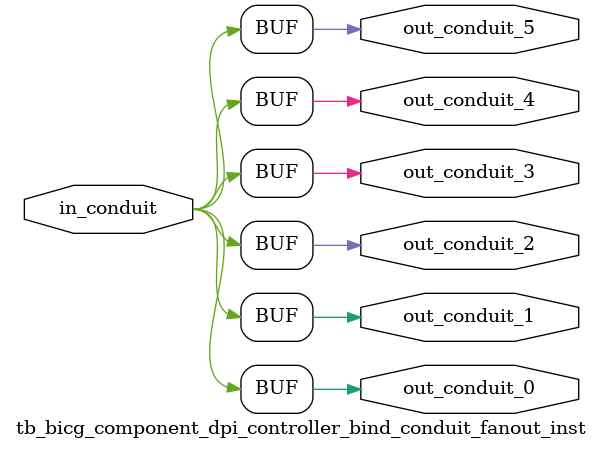
<source format=sv>


 


// --------------------------------------------------------------------------------
//| Avalon Conduit Fan-Out
// --------------------------------------------------------------------------------

// ------------------------------------------
// Generation parameters:
//   output_name:       tb_bicg_component_dpi_controller_bind_conduit_fanout_inst
//   numFanOut:         6
//   
// ------------------------------------------

module tb_bicg_component_dpi_controller_bind_conduit_fanout_inst (     

// Interface: out_conduit_0
 output                    out_conduit_0,
// Interface: out_conduit_1
 output                    out_conduit_1,
// Interface: out_conduit_2
 output                    out_conduit_2,
// Interface: out_conduit_3
 output                    out_conduit_3,
// Interface: out_conduit_4
 output                    out_conduit_4,
// Interface: out_conduit_5
 output                    out_conduit_5,

// Interface: in_conduit
 input                   in_conduit

);

   assign  out_conduit_0 = in_conduit;
   assign  out_conduit_1 = in_conduit;
   assign  out_conduit_2 = in_conduit;
   assign  out_conduit_3 = in_conduit;
   assign  out_conduit_4 = in_conduit;
   assign  out_conduit_5 = in_conduit;

endmodule //


</source>
